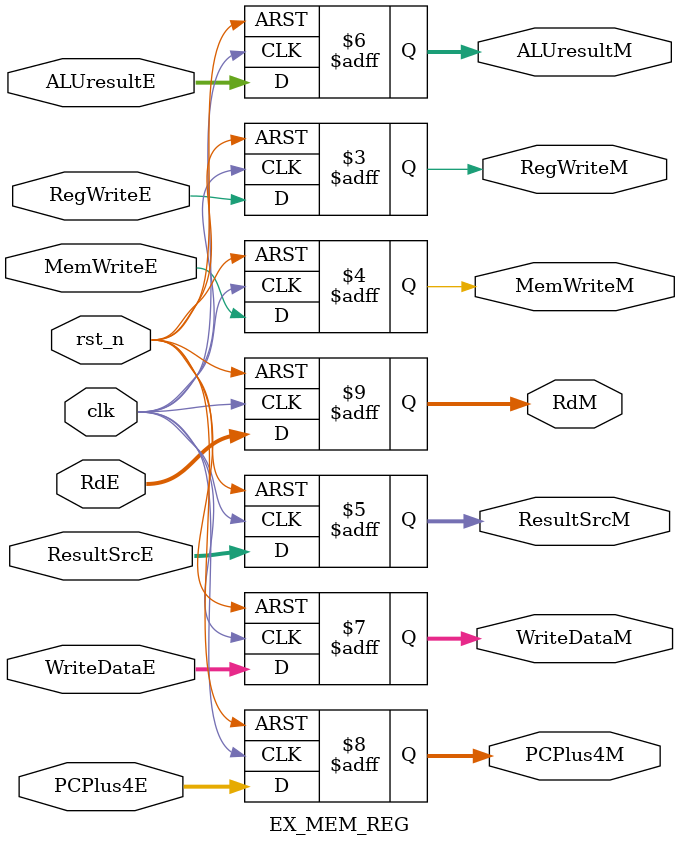
<source format=v>
module EX_MEM_REG(
    input clk,rst_n,RegWriteE,MemWriteE,
    input [1:0] ResultSrcE,
    input [31:0] ALUresultE,PCPlus4E,WriteDataE,
    input [4:0] RdE,

    output reg RegWriteM,MemWriteM,
    output reg [1:0] ResultSrcM,
    output reg [31:0] ALUresultM, WriteDataM, PCPlus4M,
    output reg [4:0] RdM

);

    always @(posedge clk or negedge rst_n) begin
        if (!rst_n) begin
            RegWriteM <= 0;
            MemWriteM <= 0;
            ResultSrcM <= 0;
            ALUresultM <= 0;
            WriteDataM <= 0;
            PCPlus4M <= 0;
            RdM <= 0;
        end else begin
            RegWriteM <= RegWriteE;
            MemWriteM <= MemWriteE;
            ResultSrcM <= ResultSrcE;
            ALUresultM <= ALUresultE;
            WriteDataM <= WriteDataE;
            PCPlus4M <= PCPlus4E;
            RdM <= RdE;
        end
    end

endmodule
</source>
